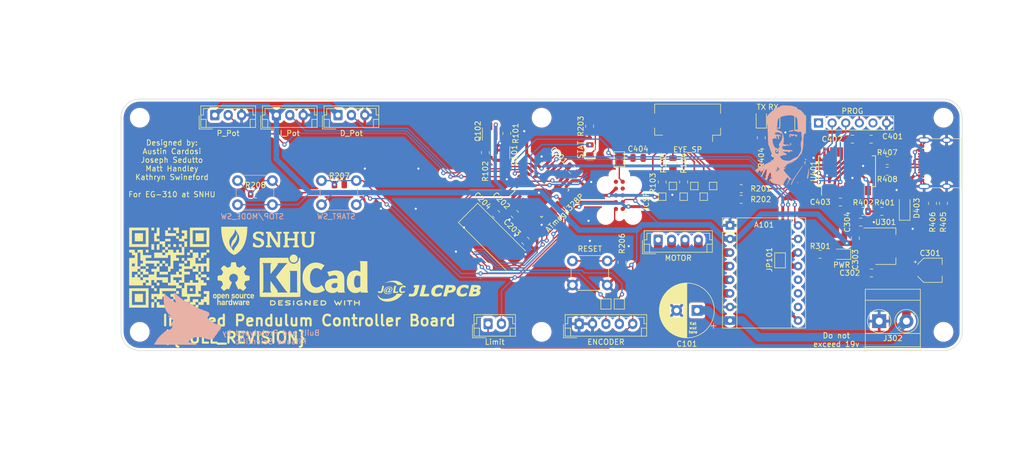
<source format=kicad_pcb>
(kicad_pcb (version 20211014) (generator pcbnew)
  (layers (0 "F.Cu" signal) (31 "B.Cu" signal) (34 "B.Paste" user) (35 "F.Paste" user) (36 "B.SilkS" user "B.Silkscreen") (37 "F.SilkS" user "F.Silkscreen") (38 "B.Mask" user) (39 "F.Mask" user) (44 "Edge.Cuts" user))
  (net 0 "")
  (net 1 "GND")
  (net 2 "Net-(C201-Pad1)")
  (net 3 "+5V")
  (net 4 "Net-(C203-Pad1)")
  (net 5 "Net-(C204-Pad1)")
  (net 6 "Net-(D201-Pad1)")
  (net 11 "/MCU/ICSP_RST")
  (net 15 "/MCU/RST")
  (net 16 "Net-(R201-Pad1)")
  (net 17 "/MCU/RXD")
  (net 18 "Net-(R202-Pad1)")
  (net 19 "/MCU/TXD")
  (net 20 "/MCU/START")
  (net 21 "/MCU/STOP{slash}MODE")
  (net 24 "/EN")
  (net 25 "Net-(A101-Pad3)")
  (net 26 "Net-(A101-Pad4)")
  (net 27 "Net-(A101-Pad5)")
  (net 28 "Net-(A101-Pad6)")
  (net 29 "+19V")
  (net 30 "Net-(A101-Pad14)")
  (net 34 "Net-(D301-Pad2)")
  (net 35 "Net-(A101-Pad13)")
  (net 37 "+3.3V")
  (net 38 "Net-(C404-Pad2)")
  (net 39 "Net-(D401-Pad1)")
  (net 40 "Net-(D402-Pad1)")
  (net 41 "VBUS")
  (net 42 "/Programming/USB-")
  (net 43 "/Programming/USB+")
  (net 44 "Net-(J401-PadA5)")
  (net 46 "Net-(J402-Pad4)")
  (net 48 "Net-(R401-Pad1)")
  (net 49 "Net-(R403-Pad1)")
  (net 50 "Net-(R404-Pad2)")
  (net 61 "/STEP")
  (net 62 "/DIR")
  (net 63 "/MCU/STAT_LED")
  (net 64 "/MCU/AnalogP")
  (net 65 "/MCU/AnalogI")
  (net 66 "/MCU/AnalogD")
  (net 67 "/TFT_LED")
  (net 71 "/EncA")
  (net 72 "/EncB")
  (net 73 "Net-(Q101-Pad1)")
  (net 74 "Net-(Q101-Pad3)")
  (net 75 "Net-(Q102-Pad1)")
  (net 76 "Net-(R407-Pad2)")
  (net 78 "Net-(J401-PadB5)")
  (net 81 "/SD_CS")
  (net 82 "/TFT_CS")
  (net 83 "/RESET")
  (net 84 "/DATA{slash}COMMAND")
  (net 85 "/SDO")
  (net 86 "/SDI")
  (net 87 "/SCK")
  (net 88 "Net-(R408-Pad1)")
  (net 89 "Net-(C102-Pad13)")
  (net 90 "Net-(C102-Pad14)")
  (net 91 "Net-(C102-Pad15)")
  (footprint "Module:Pololu_Breakout-16_15.2x20.3mm" (layer "F.Cu") (at 180.16 90.11)
    (fp_text reference "A101")
    (fp_text value "A4988")
  )
  (footprint "Resistor_SMD:R_0805_2012Metric" (layer "F.Cu") (at 107.25 82.5)
    (fp_text reference "R207")
    (fp_text value "10K")
  )
  (footprint "TestPoint:TestPoint_Pad_1.0x1.0mm" (layer "F.Cu") (at 175.25 84.75)
    (fp_text reference "TP107" hide)
    (fp_text value "TestPoint" hide)
  )
  (footprint "MountingHole:MountingHole_2.7mm" (layer "F.Cu") (at 145 110)
    (fp_text reference "H102" hide)
    (fp_text value "PiMountingHole" hide)
  )
  (footprint "Connector_JST:JST_EH_B2B-EH-A_1x02_P2.50mm_Vertical" (layer "F.Cu") (at 135 108.5)
    (fp_text reference "J202" hide)
    (fp_text value "Limit")
  )
  (footprint "Capacitor_SMD:C_0805_2012Metric" (layer "F.Cu") (at 136.5 88 135)
    (fp_text reference "C204")
    (fp_text value "22pf")
  )
  (footprint "Resistor_SMD:R_0805_2012Metric" (layer "F.Cu") (at 196.975 95.5)
    (fp_text reference "R301")
    (fp_text value "1K")
  )
  (footprint "Button_Switch_THT:SW_PUSH_6mm_H5mm" (layer "F.Cu") (at 150.75 96.75)
    (fp_text reference "SW201" hide)
    (fp_text value "RESET")
  )
  (footprint "Resistor_SMD:R_0805_2012Metric" (layer "F.Cu") (at 220 86 90)
    (fp_text reference "R405")
    (fp_text value "5K1")
  )
  (footprint "Resistor_SMD:R_0805_2012Metric" (layer "F.Cu") (at 217.95 86 90)
    (fp_text reference "R406")
    (fp_text value "5K1")
  )
  (footprint "MountingHole:MountingHole_2.7mm" (layer "F.Cu") (at 145 70)
    (fp_text reference "H103" hide)
    (fp_text value "PiMountingHole" hide)
  )
  (footprint "Resistor_SMD:R_0805_2012Metric" (layer "F.Cu") (at 188.5 73.75 90)
    (fp_text reference "R403")
    (fp_text value "1K")
  )
  (footprint "Connector_JST:JST_EH_B4B-EH-A_1x04_P2.50mm_Vertical" (layer "F.Cu") (at 166.75 92.81)
    (fp_text reference "J101" hide)
    (fp_text value "MOTOR")
  )
  (footprint "Resistor_SMD:R_0805_2012Metric" (layer "F.Cu") (at 205 87.5)
    (fp_text reference "R402")
    (fp_text value "10K")
  )
  (footprint "Resistor_SMD:R_0805_2012Metric" (layer "F.Cu") (at 208.5 87.5)
    (fp_text reference "R401")
    (fp_text value "4K7")
  )
  (footprint "Resistor_SMD:R_0805_2012Metric" (layer "F.Cu") (at 134.5 76.5125 90)
    (fp_text reference "R102")
    (fp_text value "TBD")
  )
  (footprint "Misc:custom_silkscreen" (layer "F.Cu") (at 75.5 98)
    (fp_text reference "QRCODE" hide)
    (fp_text value "LOGO" hide)
  )
  (footprint "TestPoint:TestPoint_Pad_1.0x1.0mm" (layer "F.Cu") (at 173.5 82.75)
    (fp_text reference "TP106" hide)
    (fp_text value "TestPoint" hide)
  )
  (footprint "Symbol:KiCad-Logo2_8mm_SilkScreen" (layer "F.Cu") (at 102.5 99.5)
    (fp_text reference "REF**" hide)
    (fp_text value "KiCad-Logo2_8mm_SilkScreen" hide)
  )
  (footprint "Capacitor_THT:CP_Radial_D10.0mm_P3.80mm" (layer "F.Cu") (at 174 106 180)
    (fp_text reference "C101")
    (fp_text value "470uF")
  )
  (footprint "Resistor_SMD:R_0805_2012Metric" (layer "F.Cu") (at 182.25 83.25)
    (fp_text reference "R201")
    (fp_text value "1K")
  )
  (footprint "Connector:Tag-Connect_TC2050-IDC-FP_2x05_P1.27mm_Vertical" (layer "F.Cu") (at 159.5 84.5 90)
    (fp_text reference "J201" hide)
    (fp_text value "ICSP")
  )
  (footprint "Capacitor_SMD:C_0805_2012Metric" (layer "F.Cu") (at 203 74)
    (fp_text reference "C402")
    (fp_text value "100nF")
  )
  (footprint "Capacitor_SMD:C_0805_2012Metric" (layer "F.Cu") (at 140 88 135)
    (fp_text reference "C202")
    (fp_text value "100nF")
  )
  (footprint "Crystal:Crystal_SMD_HC49-SD" (layer "F.Cu") (at 136 92.5 -45)
    (fp_text reference "Y201" hide)
    (fp_text value "16mHz")
  )
  (footprint "Capacitor_SMD:C_0805_2012Metric" (layer "F.Cu") (at 206.55 99)
    (fp_text reference "C302")
    (fp_text value "100nF")
  )
  (footprint "Capacitor_SMD:C_0805_2012Metric" (layer "F.Cu") (at 142 93 -45)
    (fp_text reference "C203")
    (fp_text value "22pf")
  )
  (footprint "MountingHole:MountingHole_2.7mm" (layer "F.Cu") (at 70 110)
    (fp_text reference "H106" hide)
    (fp_text value "PiMountingHole" hide)
  )
  (footprint "LED_SMD:LED_0805_2012Metric" (layer "F.Cu") (at 201 95.5 180)
    (fp_text reference "D301" hide)
    (fp_text value "PWR")
  )
  (footprint "Connector_JST:JST_EH_B5B-EH-A_1x05_P2.50mm_Vertical" (layer "F.Cu") (at 152 108.5)
    (fp_text reference "J102" hide)
    (fp_text value "ENCODER")
  )
  (footprint "Package_TO_SOT_SMD:SOT-23" (layer "F.Cu") (at 135.5 72.5125 90)
    (fp_text reference "Q102")
    (fp_text value "MMBT3906")
  )
  (footprint "Jumper:SolderJumper-2_P1.3mm_Bridged_Pad1.0x1.5mm" (layer "F.Cu") (at 159.5 77.75 -90)
    (fp_text reference "JP201" hide)
    (fp_text value "RSTBridge" hide)
  )
  (footprint "Package_TO_SOT_SMD:SOT-223" (layer "F.Cu") (at 209.2 94)
    (fp_text reference "U301")
    (fp_text value "NCV1117ST50T3G" hide)
  )
  (footprint "Misc:JLCPCB" (layer "F.Cu") (at 124 102)
    (fp_text reference "G***" hide)
    (fp_text value "LOGO" hide)
  )
  (footprint "Resistor_SMD:R_0805_2012Metric" (layer "F.Cu") (at 153.955 71.59 90)
    (fp_text reference "R203")
    (fp_text value "1K")
  )
  (footprint "MountingHole:MountingHole_2.7mm" (layer "F.Cu") (at 220 70)
    (fp_text reference "H101" hide)
    (fp_text value "PiMountingHole" hide)
  )
  (footprint "Resistor_SMD:R_0805_2012Metric" (layer "F.Cu") (at 182.25 85.25)
    (fp_text reference "R202")
    (fp_text value "1K")
  )
  (footprint "Connector_JST:JST_EH_B3B-EH-A_1x03_P2.50mm_Vertical" (layer "F.Cu") (at 95.5 69.5)
    (fp_text reference "RV202" hide)
    (fp_text value "I_Pot")
  )
  (footprint "LED_SMD:LED_0805_2012Metric" (layer "F.Cu") (at 154 76 90)
    (fp_text reference "D201")
    (fp_text value "STAT")
  )
  (footprint "Capacitor_SMD:C_0805_2012Metric" (layer "F.Cu") (at 200.75 85.75)
    (fp_text reference "C403")
    (fp_text value "100nF")
  )
  (footprint "Capacitor_SMD:C_0805_2012Metric" (layer "F.Cu") (at 204.55 89.5)
    (fp_text reference "C304")
    (fp_text value "1uF")
  )
  (footprint "KenwoodFox:SNHU_NEW" (layer "F.Cu") (at 94 93)
    (fp_text reference "SNHU_NEW***" hide)
    (fp_text value "LOGO" hide)
  )
  (footprint "Capacitor_SMD:C_0805_2012Metric" (layer "F.Cu") (at 206.5 74)
    (fp_text reference "C401")
    (fp_text value "100nF")
  )
  (footprint "TestPoint:TestPoint_Pad_1.0x1.0mm" (layer "F.Cu") (at 177 82.75)
    (fp_text reference "TP108" hide)
    (fp_text value "TestPoint" hide)
  )
  (footprint "Connector_FFC-FPC:Hirose_FH12-18S-0.5SH_1x18-1MP_P0.50mm_Horizontal" (layer "F.Cu") (at 172.25 71.95 180)
    (fp_text reference "C102" hide)
    (fp_text value "EYE_SP")
  )
  (footprint "LED_SMD:LED_0805_2012Metric" (layer "F.Cu") (at 188.5 70.25 90)
    (fp_text reference "D401" hide)
    (fp_text value "RX")
  )
  (footprint "Resistor_SMD:R_0805_2012Metric" (layer "F.Cu") (at 91.6 84.25)
    (fp_text reference "R208")
    (fp_text value "10K")
  )
  (footprint "Package_SO:SSOP-28_5.3x10.2mm_P0.65mm" (layer "F.Cu") (at 202 80 90)
    (fp_text reference "U401")
    (fp_text value "FT232RL")
  )
  (footprint "Capacitor_SMD:C_0805_2012Metric" (layer "F.Cu") (at 203.55 92.5 90)
    (fp_text reference "C303")
    (fp_text value "100nF")
  )
  (footprint "TestPoint:TestPoint_Pad_1.5x1.5mm" (layer "F.Cu") (at 157 104.8)
    (fp_text reference "TP102" hide)
    (fp_text value "TestPoint" hide)
  )
  (footprint "Resistor_SMD:R_0805_2012Metric" (layer "F.Cu") (at 171.5 82 -90)
    (fp_text reference "R104")
    (fp_text value "50R")
  )
  (footprint "Package_QFP:TQFP-32_7x7mm_P0.8mm" (layer "F.Cu") (at 145 83.5 45)
    (fp_text reference "U201" hide)
    (fp_text value "ATmega328P")
  )
  (footprint "MountingHole:MountingHole_2.7mm" (layer "F.Cu") (at 220 110)
    (fp_text reference "H104" hide)
    (fp_text value "PiMountingHole" hide)
  )
  (footprint "TestPoint:TestPoint_Pad_1.0x1.0mm" (layer "F.Cu") (at 167.5 84.75)
    (fp_text reference "TP103" hide)
    (fp_text value "TestPoint" hide)
  )
  (footprint "MountingHole:MountingHole_2.7mm" (layer "F.Cu") (at 70 70)
    (fp_text reference "H105" hide)
    (fp_text value "PiMountingHole" hide)
  )
  (footprint "Jumper:SolderJumper-2_P1.3mm_Bridged2Bar_Pad1.0x1.5mm" (layer "F.Cu") (at 189.5 96.65 90)
    (fp_text reference "JP101")
    (fp_text value "SolderJumper_2_Bridged" hide)
  )
  (footprint "Diode_SMD:D_SOD-123" (layer "F.Cu") (at 212.75 86.9 90)
    (fp_text reference "D403")
    (fp_text value "MBR0520")
  )
  (footprint "Resistor_SMD:R_0805_2012Metric" (layer "F.Cu") (at 160 97 90)
    (fp_text reference "R206")
    (fp_text value "1K")
  )
  (footprint "Resistor_SMD:R_0805_2012Metric" (layer "F.Cu") (at 209.5 78 180)
    (fp_text reference "R407")
    (fp_text value "22R")
  )
  (footprint "Capacitor_SMD:C_0805_2012Metric" (layer "F.Cu") (at 163 77.5)
    (fp_text reference "C404")
    (fp_text value "100nF")
  )
  (footprint "Resistor_SMD:R_0805_2012Metric" (layer "F.Cu") (at 186 73.75 -90)
    (fp_text reference "R404")
    (fp_text value "1K")
  )
  (footprint "Symbol:OSHW-Logo_7.5x8mm_SilkScreen" (layer "F.Cu") (at 87.5 101)
    (fp_text reference "REF**" hide)
    (fp_text value "OSHW-Logo_7.5x8mm_SilkScreen" hide)
  )
  (footprint "TestPoint:TestPoint_Pad_1.0x1.0mm" (layer "F.Cu") (at 171.5 84.75)
    (fp_text reference "TP105" hide)
    (fp_text value "TestPoint" hide)
  )
  (footprint "Capacitor_SMD:CP_Elec_4x3" (layer "F.Cu") (at 217.5 98.5)
    (fp_text reference "C301")
    (fp_text value "10uf")
  )
  (footprint "Resistor_SMD:R_0805_2012Metric" (layer "F.Cu") (at 138.5 72.925 -90)
    (fp_text reference "R101")
    (fp_text value "10K")
  )
  (footprint "Connector_PinSocket_2.54mm:PinSocket_1x06_P2.54mm_Vertical" (layer "F.Cu") (at 196.675 70.975 90)
    (fp_text reference "J402" hide)
    (fp_text value "PROG")
  )
  (footprint "Jumper:SolderJumper-2_P1.3mm_Open_TrianglePad1.0x1.5mm" (layer "F.Cu") (at 193.25 71.025 90)
    (fp_text reference "JP401" hide)
    (fp_text value "SolderJumper_2_Open" hide)
  )
  (footprint "Resistor_SMD:R_0805_2012Metric" (layer "F.Cu") (at 209.5 80)
    (fp_text reference "R408")
    (fp_text value "22R")
  )
  (footprint "Connector_JST:JST_EH_B3B-EH-A_1x03_P2.50mm_Vertical" (layer "F.Cu") (at 107 69.5)
    (fp_text reference "RV203" hide)
    (fp_text value "D_Pot")
  )
  (footprint "TestPoint:TestPoint_Pad_1.0x1.0mm" (layer "F.Cu") (at 169.5 82.75)
    (fp_text reference "TP104" hide)
    (fp_text value "TestPoint" hide)
  )
  (footprint "Resistor_SMD:R_0805_2012Metric" (layer "F.Cu") (at 167.5 82 -90)
    (fp_text reference "R103")
    (fp_text value "50R")
  )
  (footprint "Capacitor_SMD:C_0805_2012Metric" (layer "F.Cu") (at 150.75 79.75 -45)
    (fp_text reference "C201")
    (fp_text value "100nF")
  )
  (footprint "TerminalBlock_Phoenix:TerminalBlock_Phoenix_MKDS-3-2-5.08_1x02_P5.08mm_Horizontal" (layer "F.Cu") (at 208 108)
    (fp_text reference "J302")
    (fp_text value "19V Input")
  )
  (footprint "Connector_JST:JST_EH_B3B-EH-A_1x03_P2.50mm_Vertical" (layer "F.Cu") (at 84 69.5)
    (fp_text reference "RV201" hide)
    (fp_text value "P_Pot")
  )
  (footprint "Package_TO_SOT_SMD:SOT-23" (layer "F.Cu") (at 137.5 77.0125 -90)
    (fp_text reference "Q101")
    (fp_text value "MMBT3904")
  )
  (footprint "LED_SMD:LED_0805_2012Metric" (layer "F.Cu") (at 186 70.25 90)
    (fp_text reference "D402" hide)
    (fp_text value "TX")
  )
  (footprint "Connector_USB:USB_C_Receptacle_XKB_U262-16XN-4BVC11" (layer "F.Cu") (at 219.5 78.5 90)
    (fp_text reference "J401" hide)
    (fp_text value "USBC")
  )
  (footprint "Resistor_SMD:R_0805_2012Metric" (layer "F.Cu") (at 169.5 78.45 -90)
    (fp_text reference "R105")
    (fp_text value "50R")
  )
  (footprint "TestPoint:TestPoint_Pad_1.5x1.5mm" (layer "F.Cu") (at 159.5 104.8)
    (fp_text reference "TP101" hide)
    (fp_text value "TestPoint" hide)
  )
  (footprint "KenwoodFox:KITSUNE_LOGO" (layer "B.Cu") (at 79 107.5 180)
    (fp_text reference "G***")
    (fp_text value "LOGO" hide)
  )
  (footprint "Button_Switch_THT:SW_PUSH_6mm_H5mm" (layer "B.Cu") (at 94.75 81.75 180)
    (fp_text reference "SW203" hide)
    (fp_text value "STOP/MODE_SW")
  )
  (footprint "Button_Switch_THT:SW_PUSH_6mm_H5mm" (layer "B.Cu") (at 110.4125 81.75 180)
    (fp_text reference "SW202" hide)
    (fp_text value "START_SW")
  )
  (footprint "Misc:guo" (layer "B.Cu") (at 190.5 75 180)
    (fp_text reference "G***" hide)
    (fp_text value "LOGO" hide)
  )
  (gr_arc (start 70 113.5) (mid 67.525126 112.474874) (end 66.5 110) (layer "Edge.Cuts") (width 0.1))
  (gr_line (start 66.5 70) (end 66.5 110) (layer "Edge.Cuts") (width 0.1))
  (gr_line (start 220 66.5) (end 70 66.5) (layer "Edge.Cuts") (width 0.1))
  (gr_arc (start 220 66.5) (mid 222.474874 67.525126) (end 223.5 70) (layer "Edge.Cuts") (width 0.1))
  (gr_arc (start 223.5 110) (mid 222.474874 112.474874) (end 220 113.5) (layer "Edge.Cuts") (width 0.1))
  (gr_arc (start 66.5 70) (mid 67.525126 67.525126) (end 70 66.5) (layer "Edge.Cuts") (width 0.1))
  (gr_line (start 70 113.5) (end 220 113.5) (layer "Edge.Cuts") (width 0.1))
  (gr_line (start 223.5 110) (end 223.5 70) (layer "Edge.Cuts") (width 0.1))
  (gr_text "Built and Prototyped by\nKitsune Scientific" (at 94.5 111) (layer "B.SilkS") (effects (font (size 1 1)) (justify mirror)))
  (gr_text "Do not\nexceed 19v" (at 200 111.5) (layer "F.SilkS") (effects (font (size 1 1))))
  (gr_text "Inverted Pendulum Controller Board\n${FULL_REVISION}" (at 74 109.5) (layer "F.SilkS") (effects (font (size 2 2) (thickness 0.4)) (justify left)))
  (gr_text "Kat\nwuz\nhere" (at 173.25 109.25) (layer "F.SilkS") (effects (font (size 0.5 0.5) (thickness 0.125))))
  (gr_text "Designed by:\nAustin Cardosi\nJoseph Sedutto\nMatt Handley\nKathryn Swineford\n\nFor EG-310 at SNHU" (at 76 79.5) (layer "F.SilkS") (effects (font (size 1 1))))
  (segment (start 141.206101 87.307501) (end 140.8986 87) (width 0.25) (layer "F.Cu") (net 1))
  (segment (start 199.725 77.775) (end 199.5 78) (width 0.45) (layer "F.Cu") (net 1))
  (segment (start 154.25 82) (end 154 82) (width 0.25) (layer "F.Cu") (net 1))
  (segment (start 139 87) (end 139.328249 87.328249) (width 1) (layer "F.Cu") (net 1))
  (segment (start 200.080762 80.5) (end 202.325 78.255762) (width 0.45) (layer "F.Cu") (net 1))
  (segment (start 199.075 77.925) (end 199 78) (width 0.45) (layer "F.Cu") (net 1))
  (segment (start 140.999822 85.656676) (end 139.328249 87.328249) (width 0.25) (layer "F.Cu") (net 1))
  (segment (start 141.758185 87.307501) (end 141.206101 87.307501) (width 0.25) (layer "F.Cu") (net 1))
  (segment (start 140.8986 87) (end 139.656498 87) (width 0.25) (layer "F.Cu") (net 1))
  (segment (start 169 72.5) (end 169.25 72.25) (width 0.3) (layer "F.Cu") (net 1))
  (segment (start 204.275 77.775) (end 204.5 78) (width 0.45) (layer "F.Cu") (net 1))
  (segment (start 215.83 82.33) (end 215.83 81.85) (width 0.3) (layer "F.Cu") (net 1))
  (segment (start 135.828249 87.328249) (end 136.156498 87) (width 1) (layer "F.Cu") (net 1))
  (segment (start 136.55 75.4625) (end 137.25 74.7625) (width 0.6) (layer "F.Cu") (net 1))
  (segment (start 141.146268 85.656676) (end 140.999822 85.656676) (width 0.25) (layer "F.Cu") (net 1))
  (segment (start 158.865 87.04) (end 158.629699 87.275301) (width 0.25) (layer "F.Cu") (net 1))
  (segment (start 142.277639 86.788047) (end 141.758185 87.307501) (width 0.25) (layer "F.Cu") (net 1))
  (segment (start 199.725 76.4) (end 199.725 77.775) (width 0.45) (layer "F.Cu") (net 1))
  (segment (start 154 82) (end 153 81) (width 0.25) (layer "F.Cu") (net 1))
  (segment (start 201.675 83.6) (end 201.675 82.325) (width 0.45) (layer "F.Cu") (net 1))
  (segment (start 158.629699 89.379699) (end 158.75 89.5) (width 0.25) (layer "F.Cu") (net 1))
  (segment (start 216.395 82.82) (end 216.32 82.82) (width 0.3) (layer "F.Cu") (net 1))
  (segment (start 215.83 74.745) (end 216.395 74.18) (width 0.3) (layer "F.Cu") (net 1))
  (segment (start 216.32 82.82) (end 215.83 82.33) (width 0.3) (layer "F.Cu") (net 1))
  (segment (start 158.629699 87.275301) (end 158.629699 89.379699) (width 0.25) (layer "F.Cu") (net 1))
  (segment (start 152 81) (end 151.421751 80.421751) (width 0.25) (layer "F.Cu") (net 1))
  (segment (start 139 89) (end 139 87.656498) (width 0.25) (layer "F.Cu") (net 1))
  (segment (start 169 73.8) (end 169 72.5) (width 0.3) (layer "F.Cu") (net 1))
  (segment (start 136.156498 87) (end 139 87) (width 1) (layer "F.Cu") (net 1))
  (segment (start 139.656498 87) (end 139.328249 87.328249) (width 0.25) (layer "F.Cu") (net 1))
  (segment (start 202.325 76.4) (end 202.325 78.255762) (width 0.45) (layer "F.Cu") (net 1))
  (segment (start 153 81) (end 152 81) (width 0.25) (layer "F.Cu") (net 1))
  (segment (start 199.075 76.4) (end 199.075 77.925) (width 0.45) (layer "F.Cu") (net 1))
  (segment (start 215.83 75.15) (end 215.83 74.745) (width 0.3) (layer "F.Cu") (net 1))
  (segment (start 204.275 76.4) (end 204.275 77.775) (width 0.45) (layer "F.Cu") (net 1))
  (segment (start 147.722361 80.211953) (end 148.5 79.434314) (width 0.25) (layer "F.Cu") (net 1))
  (segment (start 139 87.656498) (end 139.328249 87.328249) (width 0.25) (layer "F.Cu") (net 1))
  (segment (start 136.55 76.075) (end 136.55 75.4625) (width 0.6) (layer "F.Cu") (net 1))
  (via (at 138.5 81.5) (size 0.8) (drill 0.4) (layers "F.Cu" "B.Cu") (net 1))
  (via (at 141.75 72.5125) (size 0.8) (drill 0.4) (layers "F.Cu" "B.Cu") (net 1))
  (via (at 207 89.5) (size 0.8) (drill 0.4) (layers "F.Cu" "B.Cu") (net 1))
  (via (at 129 95) (size 0.8) (drill 0.4) (layers "F.Cu" "B.Cu") (net 1))
  (via (at 154.25 82) (size 0.8) (drill 0.4) (layers "F.Cu" "B.Cu") (net 1))
  (via (at 214.25 90.75) (size 0.8) (drill 0.4) (layers "F.Cu" "B.Cu") (net 1))
  (via (at 145 77.25) (size 0.8) (drill 0.4) (layers "F.Cu" "B.Cu") (net 1))
  (via (at 139 89) (size 0.8) (drill 0.4) (layers "F.Cu" "B.Cu") (net 1))
  (via (at 153.75 89.25) (size 0.8) (drill 0.4) (layers "F.Cu" "B.Cu") (net 1))
  (via (at 198.25 80.75) (size 0.8) (drill 0.4) (layers "F.Cu" "B.Cu") (net 1))
  (via (at 122 79.5) (size 0.8) (drill 0.4) (layers "F.Cu" "B.Cu") (net 1))
  (via (at 112 79.5) (size 0.8) (drill 0.4) (layers "F.Cu" "B.Cu") (net 1))
  (via (at 121.5 87) (size 0.8) (drill 0.4) (layers "F.Cu" "B.Cu") (net 1))
  (via (at 140 92) (size 0.8) (drill 0.4) (layers "F.Cu" "B.Cu") (net 1))
  (via (at 203 81.25) (size 0.8) (drill 0.4) (layers "F.Cu" "B.Cu") (net 1))
  (via (at 142 95.5) (size 0.8) (drill 0.4) (layers "F.Cu" "B.Cu") (net 1))
  (via (at 137.25 74.7625) (size 0.8) (drill 0.4) (layers "F.Cu" "B.Cu") (net 1))
  (via (at 190.5 72.75) (size 0.8) (drill 0.4) (layers "F.Cu" "B.Cu") (net 1))
  (via (at 130.5 90.5) (size 0.8) (drill 0.4) (layers "F.Cu" "B.Cu") (net 1))
  (via (at 161.25 94) (size 0.8) (drill 0.4) (layers "F.Cu" "B.Cu") (net 1))
  (via (at 154 93) (size 0.8) (drill 0.4) (layers "F.Cu" "B.Cu") (net 1))
  (via (at 205 79) (size 0.8) (drill 0.4) (layers "F.Cu" "B.Cu") (net 1))
  (via (at 211.25 83.5) (size 0.8) (drill 0.4) (layers "F.Cu" "B.Cu") (net 1))
  (via (at 195.75 77.5) (size 0.8) (drill 0.4) (layers "F.Cu" "B.Cu") (net 1))
  (via (at 144.5 80.75) (size 0.8) (drill 0.4) (layers "F.Cu" "B.Cu") (net 1))
  (via (at 145 90) (size 0.8) (drill 0.4) (layers "F.Cu" "B.Cu") (net 1))
  (via (at 115 87) (size 0.8) (drill 0.4) (layers "F.Cu" "B.Cu") (net 1))
  (segment (start 196.05 81.3) (end 197.7 81.3) (width 0.25) (layer "B.Cu") (net 1))
  (segment (start 198.25 80.75) (end 197.7 81.3) (width 0.25) (layer "B.Cu") (net 1))
  (segment (start 196.05 81.3) (end 195 80.25) (width 0.25) (layer "B.Cu") (net 1))
  (segment (start 149.987437 79.078249) (end 148.288047 80.777639) (width 0.25) (layer "F.Cu") (net 2))
  (segment (start 150.078249 79.078249) (end 149.987437 79.078249) (width 0.25) (layer "F.Cu") (net 2))
  (segment (start 211.45 88.55) (end 209.5 90.5) (width 0.6) (layer "F.Cu") (net 3))
  (segment (start 168 75) (end 168 73.8) (width 0.3) (layer "F.Cu") (net 3))
  (segment (start 160.63 85.275) (end 160.135 85.77) (width 0.25) (layer "F.Cu") (net 3))
  (segment (start 135 110.5) (end 135 108.5) (width 0.25) (layer "F.Cu") (net 3))
  (segment (start 186 69.3125) (end 188.5 69.3125) (width 1) (layer "F.Cu") (net 3))
  (segment (start 162.5 85.5) (end 162.5 85) (width 0.3) (layer "F.Cu") (net 3))
  (segment (start 142.173869 88.023187) (end 141.523187 88.023187) (width 0.55) (layer "F.Cu") (net 3))
  (segment (start 199.725 85.675) (end 199.8 85.75) (width 0.45) (layer "F.Cu") (net 3))
  (segment (start 196.0625 95.5) (end 196.0625 94.4375) (width 1) (layer "F.Cu") (net 3))
  (segment (start 196.0625 94.4375) (end 197.05 93.45) (width 1) (layer "F.Cu") (net 3))
  (segment (start 199.725 83.6) (end 199.725 85.675) (width 0.45) (layer "F.Cu") (net 3))
  (segment (start 202.975 76.4) (end 202.975 78.525) (width 0.45) (layer "F.Cu") (net 3))
  (segment (start 212.75 88.55) (end 211.45 88.55) (width 0.6) (layer "F.Cu") (net 3))
  (segment (start 141.523187 88.023187) (end 141.5 88) (width 0.55) (layer "F.Cu") (net 3))
  (segment (start 162 108.5) (end 162 97.75) (width 0.25) (layer "F.Cu") (net 3))
  (segment (start 144 86.197056) (end 144 86) (width 0.55) (layer "F.Cu") (net 3))
  (segment (start 142.843324 87.353732) (end 144 86.197056) (width 0.55) (layer "F.Cu") (net 3))
  (segment (start 162 108.5) (end 157.5 113) (width 0.25) (layer "F.Cu") (net 3))
  (segment (start 189.3125 69.3125) (end 191.75 71.75) (width 1) (layer "F.Cu") (net 3))
  (segment (start 157.5 113) (end 137.5 113) (width 0.25) (layer "F.Cu") (net 3))
  (segment (start 191.75 71.75) (end 193.25 71.75) (width 1) (layer "F.Cu") (net 3))
  (segment (start 195.5 74) (end 202.05 74) (width 1) (layer "F.Cu") (net 3))
  (segment (start 201.5 90.5) (end 202.5 89.5) (width 1) (layer "F.Cu") (net 3))
  (segment (start 201.05 93.45) (end 201.5 93) (width 1) (layer "F.Cu") (net 3))
  (segment (start 165.75 81.75) (end 165.75 77.25) (width 0.3) (layer "F.Cu") (net 3))
  (segment (start 202.975 78.525) (end 199.725 81.775) (width 0.45) (layer "F.Cu") (net 3))
  (segment (start 200.45 93.45) (end 201.05 93.45) (width 1) (layer "F.Cu") (net 3))
  (segment (start 199.8 86.8) (end 199.8 85.75) (width 1) (layer "F.Cu") (net 3))
  (segment (start 162.5 85) (end 165.75 81.75) (width 0.3) (layer "F.Cu") (net 3))
  (segment (start 162 97.75) (end 161.75 97.5) (width 0.25) (layer "F.Cu") (net 3))
  (segment (start 204.1 94) (end 206.05 94) (width 1) (layer "F.Cu") (net 3))
  (segment (start 161.3375 97.9125) (end 161.75 97.5) (width 0.25) (layer "F.Cu") (net 3))
  (segment (start 193.25 71.75) (end 195.5 74) (width 1) (layer "F.Cu") (net 3))
  (segment (start 201.95 93.45) (end 201.5 93) (width 1) (layer "F.Cu") (net 3))
  (segment (start 141.343502 88) (end 140.671751 88.671751) (width 0.55) (layer "F.Cu") (net 3))
  (segment (start 162.5 85.5) (end 162.275 85.275) (width 0.25) (layer "F.Cu") (net 3))
  (segment (start 141.711953 86.222361) (end 141.777639 86.222361) (width 0.55) (layer "F.Cu") (net 3))
  (segment (start 209.5 92.75) (end 208.25 94) (width 0.6) (layer "F.Cu") (net 3))
  (segment (start 199.725 81.775) (end 199.725 83.6) (width 0.45) (layer "F.Cu") (net 3))
  (segment (start 160 97.9125) (end 161.3375 97.9125) (width 0.25) (layer "F.Cu") (net 3))
  (segment (start 136.45 71.3) (end 136.45 73.45) (width 0.6) (layer "F.Cu") (net 3))
  (segment (start 209.5 90.5) (end 209.5 92.75) (width 0.6) (layer "F.Cu") (net 3))
  (segment (start 197.05 93.45) (end 200.45 93.45) (width 1) (layer "F.Cu") (net 3))
  (segment (start 162.275 85.275) (end 160.63 85.275) (width 0.25) (layer "F.Cu") (net 3))
  (segment (start 141.777639 86.222361) (end 143 85) (width 0.55) (layer "F.Cu") (net 3))
  (segment (start 202.5 89.5) (end 199.8 86.8) (width 1) (layer "F.Cu") (net 3))
  (segment (start 149.419417 81.90901) (end 148.328427 83) (width 0.55) (layer "F.Cu") (net 3))
  (segment (start 208.25 94) (end 206.05 94) (width 0.6) (layer "F.Cu") (net 3))
  (segment (start 203.55 93.45) (end 204.1 94) (width 1) (layer "F.Cu") (net 3))
  (segment (start 202.5 89.5) (end 203.6 89.5) (width 1) (layer "F.Cu") (net 3))
  (segment (start 202.975 76.4) (end 202.975 74.925) (width 0.45) (layer "F.Cu") (net 3))
  (segment (start 141.5 88) (end 141.343502 88) (width 0.55) (layer "F.Cu") (net 3))
  (segment (start 142.843324 87.353732) (end 142.173869 88.023187) (width 0.55) (layer "F.Cu") (net 3))
  (segment (start 148.328427 83) (end 148 83) (width 0.55) (layer "F.Cu") (net 3))
  (segment (start 188.5 69.3125) (end 189.3125 69.3125) (width 1) (layer "F.Cu") (net 3))
  (segment (start 200.45 93.45) (end 201.95 93.45) (width 1) (layer "F.Cu") (net 3))
  (segment (start 201.5 93) (end 201.5 90.5) (width 1) (layer "F.Cu") (net 3))
  (segment (start 137.5 113) (end 135 110.5) (width 0.25) (layer "F.Cu") (net 3))
  (segment (start 203.55 93.45) (end 201.95 93.45) (width 1) (layer "F.Cu") (net 3))
  (segment (start 202.975 74.925) (end 202.05 74) (width 0.45) (layer "F.Cu") (net 3))
  (segment (start 165.75 77.25) (end 168 75) (width 0.3) (layer "F.Cu") (net 3))
  (via (at 162.5 85.5) (size 0.8) (drill 0.4) (layers "F.Cu" "B.Cu") (net 3))
  (via (at 144.5 84) (size 0.8) (drill 0.4) (layers "F.Cu" "B.Cu") (net 3))
  (via (at 161.75 97.5) (size 0.8) (drill 0.4) (layers "F.Cu" "B.Cu") (net 3))
  (via (at 136.45 71.3) (size 0.8) (drill 0.4) (layers "F.Cu" "B.Cu") (net 3))
  (via (at 201.95 93.45) (size 0.8) (drill 0.4) (layers "F.Cu" "B.Cu") (net 3))
  (segment (start 145 84) (end 144.5 84) (width 1) (layer "B.Cu") (net 3))
  (segment (start 95.5 77.75) (end 95.5 69.5) (width 1) (layer "B.Cu") (net 3))
  (segment (start 93.825 67.825) (end 85.675 67.825) (width 1) (layer "B.Cu") (net 3))
  (segment (start 167 90) (end 176.5 90) (width 1) (layer "B.Cu") (net 3))
  (segment (start 176.5 90) (end 179.15 92.65) (width 1) (layer "B.Cu") (net 3))
  (segment (start 136.45 71.3) (end 136.35 71.4) (width 0.6) (layer "B.Cu") (net 3))
  (segment (start 99.5 86.25) (end 101.75 84) (width 0.25) (layer "B.Cu") (net 3))
  (segment (start 110.4125 86.25) (end 112.6625 84) (width 0.25) (layer "B.Cu") (net 3))
  (segment (start 101.75 84) (end 95.5 77.75) (width 1) (layer "B.Cu") (net 3))
  (segment (start 163.75 90) (end 167 90) (width 1) (layer "B.Cu") (net 3))
  (segment (start 118.25 84) (end 113.25 84) (width 1) (layer "B.Cu") (net 3))
  (segment (start 97.175 67.825) (end 105.325 67.825) (width 1) (layer "B.Cu") (net 3))
  (segment (start 162.75 96.5) (end 162.75 91) (width 0.25) (layer "B.Cu") (net 3))
  (segment (start 95.5 69.5) (end 93.825 67.825) (width 1) (layer "B.Cu") (net 3))
  (segment (start 162.75 91) (end 163.75 90) (width 1) (layer "B.Cu") (net 3))
  (segment (start 103.9125 86.25) (end 106.1625 84) (width 0.25) (layer "B.Cu") (net 3))
  (segment (start 106.75 84) (end 101.75 84) (width 1) (layer "B.Cu") (net 3))
  (segment (start 95.5 69.5) (end 97.175 67.825) (width 1) (layer "B.Cu") (net 3))
  (segment (start 94.75 86.25) (end 99.5 86.25) (width 0.25) (layer "B.Cu") (net 3))
  (segment (start 162.5 85.5) (end 167 90) (width 0.25) (layer "B.Cu") (net 3))
  (segment (start 180.16 92.65) (end 181.35 92.65) (width 1) (layer "B.Cu") (net 3))
  (segment (start 161.75 97.5) (end 162.75 96.5) (width 0.25) (layer "B.Cu") (net 3))
  (segment (start 136.35 81.85) (end 138.5 84) (width 0.6) (layer "B.Cu") (net 3))
  (segment (start 106.1625 84) (end 106.75 84) (width 0.25) (layer "B.Cu") (net 3))
  (segment (start 88.25 86.25) (end 94.75 86.25) (width 0.25) (layer "B.Cu") (net 3))
  (segment (start 181.35 92.65) (end 186 88) (width 1) (layer "B.Cu") (net 3))
  (segment (start 105.325 67.825) (end 107 69.5) (width 1) (layer "B.Cu") (net 3))
  (segment (start 179.15 92.65) (end 180.16 92.65) (width 1) (layer "B.Cu") (net 3))
  (segment (start 196.5 88) (end 186 88) (width 1) (layer "B.Cu") (net 3))
  (segment (start 85.675 67.825) (end 84 69.5) (width 1) (layer "B.Cu") (net 3))
  (segment (start 113.25 84) (end 106.75 84) (width 1) (layer "B.Cu") (net 3))
  (segment (start 136.35 71.4) (end 136.35 81.85) (width 0.6) (layer "B.Cu") (net 3))
  (segment (start 162.75 91) (end 152 91) (width 1) (layer "B.Cu") (net 3))
  (segment (start 152 91) (end 145 84) (width 1) (layer "B.Cu") (net 3))
  (segment (start 112.6625 84) (end 113.25 84) (width 0.25) (layer "B.Cu") (net 3))
  (segment (start 196.5 88) (end 201.95 93.45) (width 1) (layer "B.Cu") (net 3))
  (segment (start 144.5 84) (end 138.5 84) (width 1) (layer "B.Cu") (net 3))
  (segment (start 138.5 84) (end 118.25 84) (width 1) (layer "B.Cu") (net 3))
  (segment (start 142.5 90) (end 142.5 91.156498) (width 0.55) (layer "F.Cu") (net 4))
  (segment (start 141.328249 92.328249) (end 141.171751 92.328249) (width 0.55) (layer "F.Cu") (net 4))
  (segment (start 142.5 91.156498) (end 141.328249 92.328249) (width 0.55) (layer "F.Cu") (net 4))
  (segment (start 143.974695 88.485103) (end 143.974695 88.525305) (width 0.55) (layer "F.Cu") (net 4))
  (segment (start 140 93.5) (end 140 94.510408) (width 0.55) (layer "F.Cu") (net 4))
  (segment (start 140 94.510408) (end 139.005204 95.505204) (width 0.55) (layer "F.Cu") (net 4))
  (segment (start 143.974695 88.525305) (end 142.5 90) (width 0.55) (layer "F.Cu") (net 4))
  (segment (start 141.171751 92.328249) (end 140 93.5) (width 0.55) (layer "F.Cu") (net 4))
  (segment (start 134.328249 88.671751) (end 133.505204 89.494796) (width 0.55) (layer "F.Cu") (net 5))
  (segment (start 143.40901 87.919417) (end 140.828427 90.5) (width 0.55) (layer "F.Cu") (net 5))
  (segment (start 139 90.5) (end 137.171751 88.671751) (width 0.55) (layer "F.Cu") (net 5))
  (segment (start 137.171751 88.671751) (end 134.328249 88.671751) (width 0.55) (layer "F.Cu") (net 5))
  (segment (start 133.505204 89.494796) (end 132.994796 89.494796) (width 0.55) (layer "F.Cu") (net 5))
  (segment (start 140.828427 90.5) (end 139 90.5) (width 0.55) (layer "F.Cu") (net 5))
  (segment (start 155.025 71.7475) (end 153.955 70.6775) (width 0.25) (layer "F.Cu") (net 6))
  (segment (start 154 76.9375) (end 155.025 75.9125) (width 0.25) (layer "F.Cu") (net 6))
  (segment (start 155.025 75.9125) (end 155.025 71.7475) (width 0.25) (layer "F.Cu") (net 6))
  (segment (start 159.5 78.4) (end 159.5 81.325) (width 0.25) (layer "F.Cu") (net 11))
  (segment (start 159.5 81.325) (end 160.135 81.96) (width 0.25) (layer "F.Cu") (net 11))
  (segment (start 158.425 96.75) (end 157.25 96.75) (width 0.25) (layer "F.Cu") (net 15))
  (segment (start 158.1 77.1) (end 159.5 77.1) (width 0.25) (layer "F.Cu") (net 15))
  (segment (start 141.711953 80.711953) (end 141.142499 80.142499) (width 0.25) (layer "F.Cu") (net 15))
  (segment (start 161.25 77.5) (end 162.05 77.5) (width 0.25) (layer "F.Cu") (net 15))
  (segment (start 157.467615 76.5755) (end 157.5755 76.5755) (width 0.25) (layer "F.Cu") (net 15))
  (segment (start 160.85 77.1) (end 161.25 77.5) (width 0.25) (layer "F.Cu") (net 15))
  (segment (start 141.142499 80.142499) (end 140.2745 80.142499) (width 0.25) (layer "F.Cu") (net 15))
  (segment (start 150.75 96.75) (end 157.25 96.75) (width 0.25) (layer "F.Cu") (net 15))
  (segment (start 160 96.0875) (end 159.0875 96.0875) (width 0.25) (layer "F.Cu") (net 15))
  (segment (start 157.5755 76.5755) (end 158.1 77.1) (width 0.25) (layer "F.Cu") (net 15))
  (segment (start 140.2745 80.142499) (end 140 80.416999) (width 0.25) (layer "F.Cu") (net 15))
  (segment (start 159.0875 96.0875) (end 158.425 96.75) (width 0.25) (layer "F.Cu") (net 15))
  (segment (start 159.5 77.1) (end 160.85 77.1) (width 0.25) (layer "F.Cu") (net 15))
  (segment (start 141.711953 80.777639) (end 141.711953 80.711953) (width 0.25) (layer "F.Cu") (net 15))
  (via (at 157.467615 76.5755) (size 0.8) (drill 0.4) (layers "F.Cu" "B.Cu") (net 15))
  (via (at 140 80.416999) (size 0.8) (drill 0.4) (layers "F.Cu" "B.Cu") (net 15))
  (segment (start 156 74) (end 157.467615 75.467615) (width 0.25) (layer "B.Cu") (net 15))
  (segment (start 140 78) (end 144 74) (width 0.25) (layer "B.Cu") (net 15))
  (segment (start 157.467615 75.467615) (end 157.467615 76.5755) (width 0.25) (layer "B.Cu") (net 15))
  (segment (start 140 80.416999) (end 140 78) (width 0.25) (layer "B.Cu") (net 15))
  (segment (start 144 74) (end 156 74) (width 0.25) (layer "B.Cu") (net 15))
  (segment (start 141.665723 81.862779) (end 141.146268 81.343324) (width 0.25) (layer "F.Cu") (net 16))
  (segment (start 147 81.7255) (end 146.862721 81.862779) (width 0.25) (layer "F.Cu") (net 16))
  (segment (start 146.862721 81.862779) (end 141.665723 81.862779) (width 0.25) (layer "F.Cu") (net 16))
  (via (at 147 81.7255) (size 0.8) (drill 0.4) (layers "F.Cu" "B.Cu") (net 16))
  (segment (start 147 81.7255) (end 147.2745 82) (width 0.25) (layer "B.Cu") (net 16))
  (segment (start 151.75 82) (end 153.5 80.25) (width 0.25) (layer "B.Cu") (net 16))
  (segment (start 147.2745 82) (end 151.75 82) (width 0.25) (layer "B.Cu") (net 16))
  (segment (start 197.775 81.3495) (end 196.75 80.3245) (width 0.3) (layer "F.Cu") (net 17))
  (segment (start 193.1755 80.3245) (end 190.25 83.25) (width 0.25) (layer "F.Cu") (net 17))
  (segment (start 190.25 83.25) (end 183.1625 83.25) (width 0.25) (layer "F.Cu") (net 17))
  (segment (start 196.75 80.3245) (end 193.1755 80.3245) (width 0.25) (layer "F.Cu") (net 17))
  (segment (start 197.775 83.6) (end 197.775 81.3495) (width 0.3) (layer "F.Cu") (net 17))
  (via (at 196.75 80.3245) (size 0.8) (drill 0.4) (layers "F.Cu" "B.Cu") (net 17))
  (segment (start 196.75 80.3245) (end 196.75 77.25) (width 0.25) (layer "B.Cu") (net 17))
  (segment (start 196.75 77.25) (end 199.215 74.785) (width 0.25) (layer "B.Cu") (net 17))
  (segment (start 199.215 74.785) (end 199.215 70.975) (width 0.25) (layer "B.Cu") (net 17))
  (segment (start 141.258852 82.587279) (end 140.580583 81.90901) (width 0.25) (layer "F.Cu") (net 18))
  (segment (start 146.472637 82.587279) (end 141.258852 82.587279) (width 0.25) (layer "F.Cu") (net 18))
  (via (at 146.472637 82.587279) (size 0.8) (drill 0.4) (layers "F.Cu" "B.Cu") (net 18))
  (segment (start 146.472637 82.587279) (end 146.609916 82.45) (width 0.25) (layer "B.Cu") (net 18))
  (segment (start 151.936396 82.45) (end 153.411396 80.975) (width 0.25) (layer "B.Cu") (net 18))
  (segment (start 146.609916 82.45) (end 151.936396 82.45) (width 0.25) (layer "B.Cu") (net 18))
  (segment (start 196.75 82.0245) (end 192.111896 82.0245) (width 0.25) (layer "F.Cu") (net 19))
  (segment (start 192.111896 82.0245) (end 188.886396 85.25) (width 0.25) (layer "F.Cu") (net 19))
  (segment (start 200.375 82.375) (end 200.375 83.6) (width 0.25) (layer "F.Cu") (net 19))
  (segment (start 188.886396 85.25) (end 183.1625 85.25) (width 0.25) (layer "F.Cu") (net 19))
  (segment (start 200.75 82) (end 200.375 82.375) (width 0.25) (layer "F.Cu") (net 19))
  (via (at 200.75 82) (size 0.8) (drill 0.4) (layers "F.Cu" "B.Cu") (net 19))
  (via (at 196.75 82.0245) (size 0.8) (drill 0.4) (layers "F.Cu" "B.Cu") (net 19))
  (segment (start 196.75 82.0245) (end 197.0245 81.75) (width 0.25) (layer "B.Cu") (net 19))
  (segment (start 200.75 74) (end 201.755 72.995) (width 0.25) (layer "B.Cu") (net 19))
  (segment (start 200.5 81.75) (end 200.75 82) (width 0.25) (layer "B.Cu") (net 19))
  (segment (start 201.755 72.995) (end 201.755 70.975) (width 0.25) (layer "B.Cu") (net 19))
  (segment (start 197.0245 81.75) (end 200.5 81.75) (width 0.25) (layer "B.Cu") (net 19))
  (segment (start 200.75 82) (end 200.75 74) (width 0.25) (layer "B.Cu") (net 19))
  (segment (start 149.375 87.309314) (end 148.288047 86.222361) (width 0.25) (layer "F.Cu") (net 20))
  (segment (start 111.626608 81.75) (end 110.4125 81.75) (width 0.25) (layer "F.Cu") (net 20))
  (segment (start 116.063307 86.186699) (end 111.626608 81.75) (width 0.25) (layer "F.Cu") (net 20))
  (segment (start 140.719906 99.8255) (end 149.375 91.170406) (width 0.25) (layer "F.Cu") (net 20))
  (segment (start 140 99.8255) (end 140.719906 99.8255) (width 0.25) (layer "F.Cu") (net 20))
  (segment (start 149.375 91.170406) (end 149.375 87.309314) (width 0.25) (layer "F.Cu") (net 20))
  (via (at 116.063307 86.186699) (size 0.8) (drill 0.4) (layers "F.Cu" "B.Cu") (net 20))
  (via (at 106.3375 82.5) (size 0.8) (drill 0.4) (layers "F.Cu" "B.Cu") (net 20))
  (via (at 140 99.8255) (size 0.8) (drill 0.4) (layers "F.Cu" "B.Cu") (net 20))
  (segment (start 103.9125 81.75) (end 105.5875 81.75) (width 0.25) (layer "B.Cu") (net 20))
  (segment (start 137.5 102.3255) (end 137.5 108.5) (width 0.25) (layer "B.Cu") (net 20))
  (segment (start 140 99.8255) (end 137.5 102.3255) (width 0.25) (layer "B.Cu") (net 20))
  (segment (start 116.186699 86.186699) (end 129.8255 99.8255) (width 0.25) (layer "B.Cu") (net 20))
  (segment (start 107.0875 81.75) (end 106.3375 82.5) (width 0.25) (layer "B.Cu") (net 20))
  (segment (start 116.063307 86.186699) (end 116.186699 86.186699) (width 0.25) (layer "B.Cu") (net 20))
  (segment (start 110.4125 81.75) (end 107.0875 81.75) (width 0.25) (layer "B.Cu") (net 20))
  (segment (start 105.5875 81.75) (end 106.3375 82.5) (width 0.25) (layer "B.Cu") (net 20))
  (segment (start 129.8255 99.8255) (end 140 99.8255) (width 0.25) (layer "B.Cu") (net 20))
  (segment (start 133.6005 99.1005) (end 140.80851 99.1005) (width 0.25) (layer "F.Cu") (net 21))
  (segment (start 97 84) (end 94.75 81.75) (width 0.25) (layer "F.Cu") (net 21))
  (segment (start 111.883832 84) (end 97 84) (width 0.25) (layer "F.Cu") (net 21))
  (segment (start 148.863604 87.92929) (end 147.722361 86.788047) (width 0.25) (layer "F.Cu") (net 21))
  (segment (start 112.983332 85.0995) (end 111.883832 84) (width 0.25) (layer "F.Cu") (net 21))
  (segment (start 140.80851 99.1005) (end 148.863604 91.045406) (width 0.25) (layer "F.Cu") (net 21))
  (segment (start 148.863604 91.045406) (end 148.863604 87.92929) (width 0.25) (layer "F.Cu") (net 21))
  (via (at 112.983332 85.0995) (size 0.8) (drill 0.4) (layers "F.Cu" "B.Cu") (net 21))
  (via (at 90.6875 84.25) (size 0.8) (drill 0.4) (layers "F.Cu" "B.Cu") (net 21))
  (via (at 133.6005 99.1005) (size 0.8) (drill 0.4) (layers "F.Cu" "B.Cu") (net 21))
  (segment (start 90.6875 84.25) (end 90.6875 84.1875) (width 0.25) (layer "B.Cu") (net 21))
  (segment (start 116.000707 85.0995) (end 112.983332 85.0995) (width 0.25) (layer "B.Cu") (net 21))
  (segment (start 93.1875 81.75) (end 90.6875 84.25) (width 0.25) (layer "B.Cu") (net 21))
  (segment (start 94.75 81.75) (end 93.1875 81.75) (width 0.25) (layer "B.Cu") (net 21))
  (segment (start 90.6875 84.1875) (end 88.25 81.75) (width 0.25) (layer "B.Cu") (net 21))
  (segment (start 133.6005 99.1005) (end 130.001707 99.1005) (width 0.25) (layer "B.Cu") (net 21))
  (segment (start 130.001707 99.1005) (end 116.000707 85.0995) (width 0.25) (layer "B.Cu") (net 21))
  (segment (start 139.499937 72.0125) (end 138.5 72.0125) (width 0.55) (layer "F.Cu") (net 24))
  (segment (start 144.984393 79.484393) (end 144.684352 79.184352) (width 0.55) (layer "F.Cu") (net 24))
  (segment (start 142.209798 74.722361) (end 139.499937 72.0125) (width 0.55) (layer "F.Cu") (net 24))
  (segment (start 143.974695 78.514897) (end 142.209798 76.75) (width 0.55) (layer "F.Cu") (net 24))
  (segment (start 190 86.250497) (end 190 91.25) (width 0.55) (layer "F.Cu") (net 24))
  (segment (start 186.75 101.78) (end 192.86 107.89) (width 0.55) (layer "F.Cu") (net 24))
  (segment (start 144.684352 79.184352) (end 144.64415 79.184352) (width 0.55) (layer "F.Cu") (net 24))
  (segment (start 190 91.25) (end 186.75 94.5) (width 0.55) (layer "F.Cu") (net 24))
  (segment (start 142.209798 76.75) (end 142.209798 74.722361) (width 0.55) (layer "F.Cu") (net 24))
  (segment (start 144.64415 79.184352) (end 143.974695 78.514897) (width 0.55) (layer "F.Cu") (net 24))
  (segment (start 190.000497 86.25) (end 190 86.250497) (width 0.55) (layer "F.Cu") (net 24))
  (segment (start 186.75 94.5) (end 186.75 101.78) (width 0.55) (layer "F.Cu") (net 24))
  (via (at 190.000497 86.25) (size 0.8) (drill 0.4) (layers "F.Cu" "B.Cu") (net 24))
  (via (at 144.984393 79.484393) (size 0.8) (drill 0.4) (layers "F.Cu" "B.Cu") (net 24))
  (segment (start 184.151472 79) (end 145.468786 79) (width 0.55) (layer "B.Cu") (net 24))
  (segment (start 145.468786 79) (end 144.984393 79.484393) (width 0.55) (layer "B.Cu") (net 24))
  (segment (start 190.000497 86.25) (end 190.000497 84.849025) (width 0.55) (layer "B.Cu") (net 24))
  (segment (start 190.000497 84.849025) (end 184.151472 79) (width 0.55) (layer "B.Cu") (net 24))
  (segment (start 174.25 92.81) (end 174.25 94.25) (width 1.6) (layer "F.Cu") (net 25))
  (segment (start 175.19 95.19) (end 180.16 95.19) (width 1.6) (layer "F.Cu") (net 25))
  (segment (start 174.25 94.25) (end 175.19 95.19) (width 1.6) (layer "F.Cu") (net 25))
  (segment (start 180.16 97.73) (end 174.23 97.73) (width 1.6) (layer "F.Cu") (net 26))
  (segment (start 174.23 97.73) (end 171.75 95.25) (width 1.6) (layer "F.Cu") (net 26))
  (segment (start 171.75 95.25) (end 171.75 92.81) (width 1.6) (layer "F.Cu") (net 26))
  (segment (start 169.25 96.25) (end 169.25 92.81) (width 1.6) (layer "F.Cu") (net 27))
  (segment (start 180.16 100.27) (end 173.27 100.27) (width 1.6) (layer "F.Cu") (net 27))
  (segment (start 173.27 100.27) (end 169.25 96.25) (width 1.6) (layer "F.Cu") (net 27))
  (segment (start 172.31 102.81) (end 180.16 102.81) (width 1.6) (layer "F.Cu") (net 28))
  (segment (start 166.75 92.81) (end 166.75 97.25) (width 1.6) (layer "F.Cu") (net 28))
  (segment (start 166.75 97.25) (end 172.31 102.81) (width 1.6) (layer "F.Cu") (net 28))
  (segment (start 205.6 99) (end 205.6 97.9) (width 1) (layer "F.Cu") (net 29))
  (segment (start 215.7 98.5) (end 210.5 98.5) (width 1.6) (layer "F.Cu") (net 29))
  (segment (start 208.3 96.3) (end 206.05 96.3) (width 1.6) (layer "F.Cu") (net 29))
  (segment (start 210.5 98.5) (end 208.3 96.3) (width 1.6) (layer "F.Cu") (net 29))
  (segment (start 215.7 98.5) (end 214 98.5) (width 1.6) (layer "F.Cu") (net 29))
  (segment (start 206.05 97.45) (end 206.05 96.3) (width 1) (layer "F.Cu") (net 29))
  (segment (start 214 98.5) (end 213.08 99.42) (width 1.6) (layer "F.Cu") (net 29))
  (segment (start 205.6 97.9) (end 206.05 97.45) (width 1) (layer "F.Cu") (net 29))
  (segment (start 213.08 99.42) (end 213.08 108) (width 1.6) (layer "F.Cu") (net 29))
  (segment (start 182.39 107.89) (end 185.5 111) (width 1.6) (layer "B.Cu") (net 29))
  (segment (start 185.5 111) (end 210.08 111) (width 1.6) (layer "B.Cu") (net 29))
  (segment (start 180.16 107.89) (end 182.39 107.89) (width 1.6) (layer "B.Cu") (net 29))
  (segment (start 176 106) (end 174 106) (width 1.6) (layer "B.Cu") (net 29))
  (segment (start 210.08 111) (end 213.08 108) (width 1.6) (layer "B.Cu") (net 29))
  (segment (start 180.16 107.89) (end 177.89 107.89) (width 1.6) (layer "B.Cu") (net 29))
  (segment (start 177.89 107.89) (end 176 106) (width 1.6) (layer "B.Cu") (net 29))
  (segment (start 189.5 96) (end 191.5 96) (width 1) (layer "F.Cu") (net 30))
  (segment (start 192.31 95.19) (end 192.86 95.19) (width 1) (layer "F.Cu") (net 30))
  (segment (start 191.5 96) (end 192.31 95.19) (width 1) (layer "F.Cu") (net 30))
  (segment (start 197.8875 95.5) (end 200.0625 95.5) (width 1) (layer "F.Cu") (net 34))
  (segment (start 189.5 97.3) (end 191.3 97.3) (width 1) (layer "F.Cu") (net 35))
  (segment (start 191.3 97.3) (end 191.73 97.73) (width 1) (layer "F.Cu") (net 35))
  (segment (start 191.73 97.73) (end 192.86 97.73) (width 1) (layer "F.Cu") (net 35))
  (segment (start 205.55 74.45) (end 205.55 74) (width 0.45) (layer "F.Cu") (net 37))
  (segment (start 204.925 75.075) (end 205.55 74.45) (width 0.45) (layer "F.Cu") (net 37))
  (segment (start 204.925 76.4) (end 204.925 75.075) (width 0.45) (layer "F.Cu") (net 37))
  (segment (start 188.5 72.8375) (end 188.5 71.1875) (width 1) (layer "F.Cu") (net 39))
  (segment (start 186 72.8375) (end 186 71.1875) (width 1) (layer "F.Cu") (net 40))
  (segment (start 214.69688 80.618871) (end 214.828009 80.75) (width 0.3) (layer "F.Cu") (net 41))
  (segment (start 212.75 85.25) (end 212.75 86.5) (width 0.6) (layer "F.Cu") (net 41))
  (segment (start 214.828009 80.75) (end 215.5 80.75) (width 0.3) (layer "F.Cu") (net 41))
  (segment (start 212.75 86.5) (end 211.75 87.5) (width 0.6) (layer "F.Cu") (net 41))
  (segment (start 215.163869 75.95) (end 214.678565 76.435304) (width 0.3) (layer "F.Cu") (net 41))
  (segment (start 211.75 87.5) (end 209.4125 87.5) (width 0.6) (layer "F.Cu") (net 41))
  (segment (start 215.83 75.95) (end 215.163869 75.95) (width 0.3) (layer "F.Cu") (net 41))
  (segment (start 212.75 85.25) (end 212.75 82.565751) (width 0.6) (layer "F.Cu") (net 41))
  (segment (start 212.75 82.565751) (end 214.69688 80.618871) (width 0.6) (layer "F.Cu") (net 41))
  (via (at 214.678565 76.435304) (size 0.8) (drill 0.4) (layers "F.Cu" "B.Cu") (net 41))
  (via (at 214.69688 80.618871) (size 0.8) (drill 0.4) (layers "F.Cu" "B.Cu") (net 41))
  (segment (start 214.69688 76.453619) (end 214.69688 80.618871) (width 0.3) (layer "B.Cu") (net 41))
  (segment (start 215.83 79.25) (end 216.755 79.25) (width 0.3) (layer "F.Cu") (net 42))
  (segment (start 213.845854 79.28493) (end 213.815392 79.315392) (width 0.3) (layer "F.Cu") (net 42))
  (segment (start 214.457107 79.25) (end 214.422177 79.28493) (width 0.3) (layer "F.Cu") (net 42))
  (segment (start 214.422177 79.28493) (end 213.845854 79.28493) (width 0.3) (layer "F.Cu") (net 42))
  (segment (start 215.83 79.25) (end 214.457107 79.25) (width 0.3) (layer "F.Cu") (net 42))
  (segment (start 217 78.495) (end 216.755 78.25) (width 0.3) (layer "F.Cu") (net 42))
  (segment (start 216.755 79.25) (end 217 79.005) (width 0.3) (layer "F.Cu") (net 42))
  (segment (start 211.097108 79.315392) (end 213.815392 79.315392) (width 0.360923) (layer "F.Cu") (net 42))
  (segment (start 216.755 78.25) (end 215.83 78.25) (width 0.3) (layer "F.Cu") (net 42))
  (segment (start 210.4125 80) (end 211.097108 79.315392) (width 0.360923) (layer "F.Cu") (net 42))
  (segment (start 217 79.005) (end 217 78.495) (width 0.3) (layer "F.Cu") (net 42))
  (segment (start 214.5 78.5) (end 214.315392 78.684608) (width 0.3) (layer "F.Cu") (net 43))
  (segment (start 214.75 77.75) (end 215.83 77.75) (width 0.3) (layer "F.Cu") (net 43))
  (segment (start 215.83 78.75) (end 214.75 78.75) (width 0.3) (layer "F.Cu") (net 43))
  (segment (start 214.315392 78.684608) (end 213.326703 78.684608) (width 0.3) (layer "F.Cu") (net 43))
  (segment (start 210.4125 78) (end 211.097108 78.684608) (width 0.360923) (layer "F.Cu") (net 43))
  (segment (start 214.75 78.75) (end 214.5 78.5) (width 0.3) (layer "F.Cu") (net 43))
  (segment (start 214.5 78.5) (end 214.5 78) (width 0.3) (layer "F.Cu") (net 43))
  (segment (start 211.097108 78.684608) (end 213.326703 78.684608) (width 0.360923) (layer "F.Cu") (net 43))
  (segment (start 214.5 78) (end 214.75 77.75) (width 0.3) (layer "F.Cu") (net 43))
  (segment (start 218.5 80.5) (end 217.75 79.75) (width 0.3) (layer "F.Cu") (net 44))
  (segment (start 217.95 83.55) (end 218.5 83) (width 0.3) (layer "F.Cu") (net 44))
  (segment (start 217.95 85.0875) (end 217.95 83.55) (width 0.3) (layer "F.Cu") (net 44))
  (segment (start 217.75 79.75) (end 215.83 79.75) (width 0.3) (layer "F.Cu") (net 44))
  (segment (start 218.5 83) (end 218.5 80.5) (width 0.3) (layer "F.Cu") (net 44))
  (segment (start 193.25 69.5) (end 194 68.75) (width 0.25) (layer "F.Cu") (net 46))
  (segment (start 194 68.75) (end 203.25 68.75) (width 0.25) (layer "F.Cu") (net 46))
  (segment (start 203.25 68.75) (end 204.295 69.795) (width 0.25) (layer "F.Cu") (net 46))
  (segment (start 193.25 70.3) (end 193.25 69.5) (width 0.25) (layer "F.Cu") (net 46))
  (segment (start 204.295 69.795) (end 204.295 70.975) (width 0.25) (layer "F.Cu") (net 46))
  (segment (start 205.9125 87.5) (end 207.5875 87.5) (width 0.45) (layer "F.Cu") (net 48))
  (segment (start 203.625 76.4) (end 203.625 79.625) (width 0.45) (layer "F.Cu") (net 48))
  (segment (start 203.625 79.625) (end 205.5 81.5) (width 0.45) (layer "F.Cu") (net 48))
  (via (at 205.9125 87.5) (size 0.8) (drill 0.4) (layers "F.Cu" "B.Cu") (net 48))
  (via (at 205.5 81.5) (size 0.8) (drill 0.4) (layers "F.Cu" "B.Cu") (net 48))
  (segment (start 205.5 81.5) (end 206 82) (width 0.45) (layer "B.Cu") (net 48))
  (segment (start 206 82) (end 206 87.4125) (width 0.45) (layer "B.Cu") (net 48))
  (segment (start 206 87.4125) (end 205.9125 87.5) (width 0.45) (layer "B.Cu") (net 48))
  (segment (start 189.85 78.85) (end 188.5 77.5) (width 0.45) (layer "F.Cu") (net 49))
  (segment (start 201.025 76.4) (end 201.025 77.717286) (width 0.45) (layer "F.Cu") (net 49))
  (segment (start 188.5 77.5) (end 188.5 74.6625) (width 0.45) (layer "F.Cu") (net 49))
  (segment (start 201.025 77.717286) (end 199.892286 78.85) (width 0.45) (layer "F.Cu") (net 49))
  (segment (start 199.892286 78.85) (end 189.85 78.85) (width 0.45) (layer "F.Cu") (net 49))
  (segment (start 201.675 76.4) (end 201.675 77.986524) (width 0.45) (layer "F.Cu") (net 50))
  (segment (start 186 77.5) (end 186 74.6625) (width 0.45) (layer "F.Cu") (net 50))
  (segment (start 201.675 77.986524) (end 200.161524 79.5) (width 0.45) (layer "F.Cu") (net 50))
  (segment (start 188 79.5) (end 186 77.5) (width 0.45) (layer "F.Cu") (net 50))
  (segment (start 200.161524 79.5) (end 188 79.5) (width 0.45) (layer "F.Cu") (net 50))
  (segment (start 146.59099 79.080583) (end 146.59099 78.933608) (width 0.25) (layer "F.Cu") (net 61))
  (segment (start 146.59099 78.933608) (end 147.762299 77.762299) (width 0.25) (layer "F.Cu") (net 61))
  (segment (start 191 92) (end 191.65 92.65) (width 0.25) (layer "F.Cu") (net 61))
  (segment (start 191 86.25) (end 191 92) (width 0.25) (layer "F.Cu") (net 61))
  (segment (start 191.65 92.65) (end 192.86 92.65) (width 0.25) (layer "F.Cu") (net 61))
  (via (at 191 86.25) (size 0.8) (drill 0.4) (layers "F.Cu" "B.Cu") (net 61))
  (via (at 147.762299 77.762299) (size 0.8) (drill 0.4) (layers "F.Cu" "B.Cu") (net 61))
  (segment (start 183.75 77.75) (end 191 85) (width 0.25) (layer "B.Cu") (net 61))
  (segment (start 147.774598 77.75) (end 183.75 77.75) (width 0.25) (layer "B.Cu") (net 61))
  (segment (start 191 85) (end 191 86.25) (width 0.25) (layer "B.Cu") (net 61))
  (segment (start 147.762299 77.762299) (end 147.774598 77.75) (width 0.25) (layer "B.Cu") (net 61))
  (segment (start 192.25 86.25) (end 192.25 89.5) (width 0.25) (layer "F.Cu") (net 62))
  (segment (start 147.75 76.75) (end 146.025305 78.474695) (width 0.25) (layer "F.Cu") (net 62))
  (segment (start 192.25 89.5) (end 192.86 90.11) (width 0.25) (layer "F.Cu") (net 62))
  (segment (start 146.025305 78.474695) (end 146.025305 78.514897) (width 0.25) (layer "F.Cu") (net 62))
  (via (at 147.75 76.75) (size 0.8) (drill 0.4) (layers "F.Cu" "B.Cu") (net 62))
  (via (at 192.25 86.25) (size 0.8) (drill 0.4) (layers "F.Cu" "B.Cu") (net 62))
  (segment (start 183.936396 77.3) (end 192.25 85.613604) (width 0.25) (layer "B.Cu") (net 62))
  (segment (start 148.325305 77.3) (end 183.936396 77.3) (width 0.25) (layer "B.Cu") (net 62))
  (segment (start 148.037299 77.037299) (end 148.062604 77.037299) (width 0.25) (layer "B.Cu") (net 62))
  (segment (start 147.75 76.75) (end 148.037299 77.037299) (width 0.25) (layer "B.Cu") (net 62))
  (segment (start 148.062604 77.037299) (end 148.325305 77.3) (width 0.25) (layer "B.Cu") (net 62))
  (segment (start 192.25 85.613604) (end 192.25 86.25) (width 0.25) (layer "B.Cu") (net 62))
  (segment (start 147.947056 84.75) (end 148.853732 85.656676) (width 0.25) (layer "F.Cu") (net 63))
  (segment (start 147.75 84.75) (end 147.947056 84.75) (width 0.25) (layer "F.Cu") (net 63))
  (via (at 147.75 84.75) (size 0.8) (drill 0.4) (layers "F.Cu" "B.Cu") (net 63))
  (via (at 154 75.0625) (size 0.8) (drill 0.4) (layers "F.Cu" "B.Cu") (net 63))
  (segment (start 153.9375 75) (end 154 75.0625) (width 0.25) (layer "B.Cu") (net 63))
  (segment (start 143 80.833274) (end 143 77) (width 0.25) (layer "B.Cu") (net 63))
  (segment (start 146.916726 84.75) (end 143 80.833274) (width 0.25) (layer "B.Cu") (net 63))
  (segment (start 143 77) (end 145 75) (width 0.25) (layer "B.Cu") (net 63))
  (segment (start 147.75 84.75) (end 146.916726 84.75) (width 0.25) (layer "B.Cu") (net 63))
  (segment (start 145 75) (end 153.9375 75) (width 0.25) (layer "B.Cu") (net 63))
  (segment (start 142.889555 78.561128) (end 139.140775 78.561128) (width 0.25) (layer "F.Cu") (net 64))
  (segment (start 126.712701 80.287299) (end 126.669503 80.330497) (width 0.25) (layer "F.Cu") (net 64))
  (segment (start 139.140775 78.561128) (end 138.151903 79.55) (width 0.25) (layer "F.Cu") (net 64))
  (segment (start 95 73) (end 90 73) (width 0.25) (layer "F.Cu") (net 64))
  (segment (start 143.40901 79.080583) (end 142.889555 78.561128) (width 0.25) (layer "F.Cu") (net 64))
  (segment (start 129.788299 79.55) (end 129.051 80.287299) (width 0.25) (layer "F.Cu") (net 64))
  (segment (start 97 75) (end 95 73) (width 0.25) (layer "F.Cu") (net 64))
  (segment (start 138.151903 79.55) (end 129.788299 79.55) (width 0.25) (layer "F.Cu") (net 64))
  (segment (start 90 73) (end 86.5 69.5) (width 0.25) (layer "F.Cu") (net 64))
  (segment (start 129.051 80.287299) (end 126.712701 80.287299) (width 0.25) (layer "F.Cu") (net 64))
  (via (at 126.669503 80.330497) (size 0.8) (drill 0.4) (layers "F.Cu" "B.Cu") (net 64))
  (via (at 97 75) (size 0.8) (drill 0.4) (layers "F.Cu" "B.Cu") (net 64))
  (segment (start 126.669503 80.330497) (end 126.669503 79.942295) (width 0.25) (layer "B.Cu") (net 64))
  (segment (start 119.627208 72.9) (end 99.1 72.9) (width 0.25) (layer "B.Cu") (net 64))
  (segment (start 99.1 72.9) (end 97 75) (width 0.25) (layer "B.Cu") (net 64))
  (segment (start 126.669503 79.942295) (end 119.627208 72.9) (width 0.25) (layer "B.Cu") (net 64))
  (segment (start 128.962396 81.012299) (end 129.974695 80) (width 0.25) (layer "F.Cu") (net 65))
  (segment (start 139.211486 79.126813) (end 142.323869 79.126813) (width 0.25) (layer "F.Cu") (net 65))
  (segment (start 142.323869 79.126813) (end 142.843324 79.646268) (width 0.25) (layer "F.Cu") (net 65))
  (segment (start 129.974695 80) (end 138.338299 80) (width 0.25) (layer "F.Cu") (net 65))
  (segment (start 127.987701 81.012299) (end 128.962396 81.012299) (width 0.25) (layer "F.Cu") (net 65))
  (segment (start 138.338299 80) (end 139.211486 79.126813) (width 0.25) (layer "F.Cu") (net 65))
  (via (at 127.987701 81.012299) (size 0.8) (drill 0.4) (layers "F.Cu" "B.Cu") (net 65))
  (segment (start 119.813604 72.45) (end 100.95 72.45) (width 0.25) (layer "B.Cu") (net 65))
  (segment (start 127.987701 81.012299) (end 127.987701 80.624097) (width 0.25) (layer "B.Cu") (net 65))
  (segment (start 100.95 72.45) (end 98 69.5) (width 0.25) (layer "B.Cu") (net 65))
  (segment (start 127.987701 80.624097) (end 119.813604 72.45) (width 0.25) (layer "B.Cu") (net 65))
  (segment (start 141.758185 79.692499) (end 142.277639 80.211953) (width 0.25) (layer "F.Cu") (net 66))
  (segment (start 137.974695 81) (end 139.282196 79.692499) (width 0.25) (layer "F.Cu") (net 66))
  (segment (start 130 81) (end 137.974695 81) (width 0.25) (layer "F.Cu") (net 66))
  (segment (start 139.282196 79.692499) (end 141.758185 79.692499) (width 0.25) (layer "F.Cu") (net 66))
  (via (at 130 81) (size 0.8) (drill 0.4) (layers "F.Cu" "B.Cu") (net 66))
  (segment (start 112 72) (end 109.5 69.5) (width 0.25) (layer "B.Cu") (net 66))
  (segment (start 130 81) (end 129 81) (width 0.25) (layer "B.Cu") (net 66))
  (segment (start 120 72) (end 112 72) (width 0.25) (layer "B.Cu") (net 66))
  (segment (start 129 81) (end 120 72) (width 0.25) (layer "B.Cu") (net 66))
  (segment (start 138.424695 84.075305) (end 140.014897 82.485103) (width 0.25) (layer "F.Cu") (net 71))
  (segment (start 140.014897 82.485103) (end 140.014897 82.474695) (width 0.25) (layer "F.Cu") (net 71))
  (segment (start 133.85556 97.85556) (end 128.55 92.55) (width 0.25) (layer "F.Cu") (net 71))
  (segment (start 156 103) (end 157 104) (width 0.25) (layer "F.Cu") (net 71))
  (segment (start 133.85556 97.880158) (end 133.85556 97.85556) (width 0.25) (layer "F.Cu") (net 71))
  (segment (start 157 108.5) (end 157 104.8) (width 0.25) (layer "F.Cu") (net 71))
  (segment (start 157 104) (end 157 104.8) (width 0.25) (layer "F.Cu") (net 71))
  (segment (start 128.55 92.55) (end 128.55 87.313604) (width 0.25) (layer "F.Cu") (net 71))
  (segment (start 128.55 87.313604) (end 131.788299 84.075305) (width 0.25) (layer "F.Cu") (net 71))
  (segment (start 131.788299 84.075305) (end 138.424695 84.075305) (width 0.25) (layer "F.Cu") (net 71))
  (via (at 156 103) (size 0.8) (drill 0.4) (layers "F.Cu" "B.Cu") (net 71))
  (via (at 133.85556 97.880158) (size 0.8) (drill 0.4) (layers "F.Cu" "B.Cu") (net 71))
  (segment (start 133.85556 97.880158) (end 134.975402 99) (width 0.25) (layer "B.Cu") (net 71))
  (segment (start 152 99) (end 156 103) (width 0.25) (layer "B.Cu") (net 71))
  (segment (start 134.975402 99) (end 152 99) (width 0.25) (layer "B.Cu") (net 71))
  (segment (start 160 103) (end 159.5 103.5) (width 0.25) (layer "F.Cu") (net 72))
  (segment (start 129 92) (end 135 98) (width 0.25) (layer "F.Cu") (net 72))
  (segment (start 159.5 108.5) (end 159.5 104.8) (width 0.25) (layer "F.Cu") (net 72))
  (segment (start 159.5 103.5) (end 159.5 104.8) (width 0.25) (layer "F.Cu") (net 72))
  (segment (start 129 87.5) (end 129 92) (width 0.25) (layer "F.Cu") (net 72))
  (segment (start 131.974695 84.525305) (end 129 87.5) (width 0.25) (layer "F.Cu") (net 72))
  (segment (start 140.014897 84.525305) (end 131.974695 84.525305) (width 0.25) (layer "F.Cu") (net 72))
  (via (at 135 98) (size 0.8) (drill 0.4) (layers "F.Cu" "B.Cu") (net 72))
  (via (at 160 103) (size 0.8) (drill 0.4) (layers "F.Cu" "B.Cu") (net 72))
  (segment (start 135.5 98.5) (end 152.5 98.5) (width 0.25) (layer "B.Cu") (net 72))
  (segment (start 153 99) (end 158 99) (width 0.25) (layer "B.Cu") (net 72))
  (segment (start 160 101) (end 160 103) (width 0.25) (layer "B.Cu") (net 72))
  (segment (start 158 99) (end 160 101) (width 0.25) (layer "B.Cu") (net 72))
  (segment (start 152.5 98.5) (end 153 99) (width 0.25) (layer "B.Cu") (net 72))
  (segment (start 135 98) (end 135.5 98.5) (width 0.25) (layer "B.Cu") (net 72))
  (segment (start 138.45 73.8875) (end 138.5 73.8375) (width 0.6) (layer "F.Cu") (net 73))
  (segment (start 138.45 76.075) (end 138.45 73.8875) (width 0.6) (layer "F.Cu") (net 73))
  (segment (start 135.6625 77.425) (end 134.5 77.425) (width 0.6) (layer "F.Cu") (net 74))
  (segment (start 135.6625 77.425) (end 136.1875 77.95) (width 0.6) (layer "F.Cu") (net 74))
  (segment (start 137.5 77.95) (end 136.1875 77.95) (width 0.6) (layer "F.Cu") (net 74))
  (segment (start 134.55 75.55) (end 134.5 75.6) (width 0.6) (layer "F.Cu") (net 75))
  (segment (start 134.55 73.45) (end 134.55 75.55) (width 0.6) (layer "F.Cu") (net 75))
  (segment (start 207 78) (end 208.5875 78) (width 0.45) (layer "F.Cu") (net 76))
  (segment (start 206.225 77.225) (end 207 78) (width 0.45) (layer "F.Cu") (net 76))
  (segment (start 206.225 76.4) (end 206.225 77.225) (width 0.45) (layer "F.Cu") (net 76))
  (segment (start 206.225 77.05) (end 206.215392 77.059608) (width 0.360923) (layer "F.Cu") (net 76))
  (segment (start 219 78.5) (end 219 83) (width 0.3) (layer "F.Cu") (net 78))
  (segment (start 220 84) (end 220 85.0875) (width 0.3) (layer "F.Cu") (net 78))
  (segment (start 217.25 76.75) (end 219 78.5) (width 0.3) (layer "F.Cu") (net 78))
  (segment (start 215.83 76.75) (end 217.25 76.75) (width 0.3) (layer "F.Cu") (net 78))
  (segment (start 219 83) (end 220 84) (width 0.3) (layer "F.Cu") (net 78))
  (segment (start 145.942206 92.942206) (end 145.942206 91.916901) (width 0.25) (layer "F.Cu") (net 81))
  (segment (start 147.45 90.409107) (end 147.45 88.778427) (width 0.25) (layer "F.Cu") (net 81))
  (segment (start 145.942206 91.916901) (end 147.45 90.409107) (width 0.25) (layer "F.Cu") (net 81))
  (segment (start 147.45 88.778427) (end 146.59099 87.919417) (width 0.25) (layer "F.Cu") (net 81))
  (via (at 145.942206 92.942206) (size 0.8) (drill 0.4) (layers "F.Cu" "B.Cu") (net 81))
  (segment (start 144.916901 92.942206) (end 143.731802 94.127305) (width 0.25) (layer "B.Cu") (net 81))
  (segment (start 143.731802 94.127305) (end 143.731802 94.995406) (width 0.25) (layer "B.Cu") (net 81))
  (segment (start 145.942206 92.942206) (end 144.916901 92.942206) (width 0.25) (layer "B.Cu") (net 81))
  (segment (start 136.922792 97.15) (end 134.372792 94.6) (width 0.25) (layer "B.Cu") (net 81))
  (segment (start 134.372792 94.6) (end 132.686396 94.6) (width 0.25) (layer "B.Cu") (net 81))
  (segment (start 143.731802 94.995406) (end 141.577208 97.15) (width 0.25) (layer "B.Cu") (net 81))
  (segment (start 141.577208 97.15) (end 136.922792 97.15) (width 0.25) (layer "B.Cu") (net 81))
  (segment (start 145.049953 91.700047) (end 146.025305 90.724695) (width 0.25) (layer "F.Cu") (net 82))
  (segment (start 177 80.335788) (end 177 82.75) (width 0.3) (layer "F.Cu") (net 82))
  (segment (start 172 73.8) (end 172 75.335788) (width 0.3) (layer "F.Cu") (net 82))
  (segment (start 146.025305 90.724695) (end 146.025305 88.485103) (width 0.25) (layer "F.Cu") (net 82))
  (segment (start 172 75.335788) (end 177 80.335788) (width 0.3) (layer "F.Cu") (net 82))
  (segment (start 145.192206 93.692206) (end 145.049953 93.549953) (width 0.25) (layer "F.Cu") (net 82))
  (segment (start 145.049953 93.549953) (end 145.049953 91.700047) (width 0.25) (layer "F.Cu") (net 82))
  (via (at 145.192206 93.692206) (size 0.8) (drill 0.4) (layers "F.Cu" "B.Cu") (net 82))
  (segment (start 145.192206 93.692206) (end 144.181802 94.70261) (width 0.25) (layer "B.Cu") (net 82))
  (segment (start 134.186396 95.05) (end 132.5 95.05) (width 0.25) (layer "B.Cu") (net 82))
  (segment (start 144.181802 94.70261) (end 144.181802 95.181802) (width 0.25) (layer "B.Cu") (net 82))
  (segment (start 141.763604 97.6) (end 136.736396 97.6) (width 0.25) (layer "B.Cu") (net 82))
  (segment (start 144.181802 95.181802) (end 141.763604 97.6) (width 0.25) (layer "B.Cu") (net 82))
  (segment (start 136.736396 97.6) (end 134.186396 95.05) (width 0.25) (layer "B.Cu") (net 82))
  (segment (start 175.25 79.292894) (end 175.25 84.75) (width 0.3) (layer "F.Cu") (net 83))
  (segment (start 171.5 73.8) (end 171.5 75.542894) (width 0.3) (layer "F.Cu") (net 83))
  (segment (start 171.5 75.542894) (end 175.25 79.292894) (width 0.3) (layer "F.Cu") (net 83))
  (segment (start 148.25 90.75) (end 148.25 88.447056) (width 0.25) (layer "F.Cu") (net 84))
  (segment (start 147.307794 91.692206) (end 148.25 90.75) (width 0.25) (layer "F.Cu") (net 84))
  (segment (start 173.5 78.25) (end 173.5 82.75) (width 0.3) (layer "F.Cu") (net 84))
  (segment (start 148.25 88.447056) (end 147.156676 87.353732) (width 0.25) (layer "F.Cu") (net 84))
  (segment (start 147.192206 91.692206) (end 147.307794 91.692206) (width 0.25) (layer "F.Cu") (net 84))
  (segment (start 171 75.75) (end 173.5 78.25) (width 0.3) (layer "F.Cu") (net 84))
  (segment (start 171 73.8) (end 171 75.75) (width 0.3) (layer "F.Cu") (net 84))
  (via (at 147.192206 91.692206) (size 0.8) (drill 0.4) (layers "F.Cu" "B.Cu") (net 84))
  (segment (start 147.192206 92.807794) (end 141.95 98.05) (width 0.25) (layer "B.Cu") (net 84))
  (segment (start 147.192206 91.692206) (end 147.192206 92.807794) (width 0.25) (layer "B.Cu") (net 84))
  (segment (start 134 95.5) (end 132.25 95.5) (width 0.25) (layer "B.Cu") (net 84))
  (segment (start 136.55 98.05) (end 134 95.5) (width 0.25) (layer "B.Cu") (net 84))
  (segment (start 141.95 98.05) (end 136.55 98.05) (width 0.25) (layer "B.Cu") (net 84))
  (segment (start 161.202451 86.597549) (end 170.652451 86.597549) (width 0.55) (layer "F.Cu") (net 85))
  (segment (start 152 86.6445) (end 150.972927 86.6445) (width 0.55) (layer "F.Cu") (net 85))
  (segment (start 171.5 84.75) (end 171.5 82.9125) (width 0.55) (layer "F.Cu") (net 85))
  (segment (start 150.972927 86.6445) (end 149.419417 85.09099) (width 0.55) (layer "F.Cu") (net 85))
  (segment (start 161.202451 86.597549) (end 160.577451 86.597549) (width 0.55) (layer "F.Cu") (net 85))
  (segment (start 171.5 85.75) (end 171.5 84.75) (width 0.55) (layer "F.Cu") (net 85))
  (segment (start 160.577451 86.597549) (end 160.135 87.04) (width 0.55) (layer "F.Cu") (net 85))
  (segment (start 170.652451 86.597549) (end 171.5 85.75) (width 0.55) (layer "F.Cu") (net 85))
  (via (at 161.202451 86.597549) (size 0.8) (drill 0.4) (layers "F.Cu" "B.Cu") (net 85))
  (via (at 152 86.6445) (size 0.8) (drill 0.4) (layers "F.Cu" "B.Cu") (net 85))
  (segment (start 152.6445 86) (end 152 86.6445) (width 0.55) (layer "B.Cu") (net 85))
  (segment (start 161.202451 86.597549) (end 160.597549 86.597549) (width 0.55) (layer "B.Cu") (net 85))
  (segment (start 160 86) (end 152.6445 86) (width 0.55) (layer "B.Cu") (net 85))
  (segment (start 160.597549 86.597549) (end 160 86) (width 0.55) (layer "B.Cu") (net 85))
  (segment (start 169.5 82.75) (end 169.5 79.3625) (width 0.55) (layer "F.Cu") (net 86))
  (segment (start 151.229798 85.77) (end 155.23 85.77) (width 0.55) (layer "F.Cu") (net 86))
  (segment (start 151.229798 85.77) (end 149.985103 84.525305) (width 0.55) (layer "F.Cu") (net 86))
  (segment (start 158.865 85.77) (end 155.23 85.77) (width 0.55) (layer "F.Cu") (net 86))
  (segment (start 169.5 82.75) (end 169.5 84.3) (width 0.55) (layer "F.Cu") (net 86))
  (segment (start 169.5 84.3) (end 169.4 84.4) (width 0.55) (layer "F.Cu") (net 86))
  (via (at 169.4 84.4) (size 0.8) (drill 0.4) (layers "F.Cu" "B.Cu") (net 86))
  (segment (start 157.595 84.5) (end 154.75 84.5) (width 0.55) (layer "F.Cu") (net 87))
  (segment (start 166.1 84.8) (end 167.45 84.8) (width 0.55) (layer "F.Cu") (net 87))
  (segment (start 154.75 84.5) (end 152 81.75) (width 0.55) (layer "F.Cu") (net 87))
  (segment (start 150.025305 82.474695) (end 149.985103 82.474695) (width 0.55) (layer "F.Cu") (net 87))
  (segment (start 167.5 84.75) (end 167.5 82.9125) (width 0.55) (layer "F.Cu") (net 87))
  (segment (start 157.595 84.5) (end 158.865 83.23) (width 0.55) (layer "F.Cu") (net 87))
  (segment (start 167.45 84.8) (end 167.5 84.75) (width 0.55) (layer "F.Cu") (net 87))
  (segment (start 150.75 81.75) (end 150.025305 82.474695) (width 0.55) (layer "F.Cu") (net 87))
  (segment (start 152 81.75) (end 150.75 81.75) (width 0.55) (layer "F.Cu") (net 87))
  (via (at 157.595 84.5) (size 0.8) (drill 0.4) (layers "F.Cu" "B.Cu") (net 87))
  (via (at 166.1 84.8) (size 0.8) (drill 0.4) (layers "F.Cu" "B.Cu") (net 87))
  (segment (start 166.1 84.8) (end 165.8 84.5) (width 0.55) (layer "B.Cu") (net 87))
  (segment (start 165.8 84.5) (end 157.595 84.5) (width 0.55) (layer "B.Cu") (net 87))
  (segment (start 205.575 77.05) (end 205.584608 77.059608) (width 0.360923) (layer "F.Cu") (net 88))
  (segment (start 205.575 77.575) (end 205.575 76.4) (width 0.45) (layer "F.Cu") (net 88))
  (segment (start 208.5875 80) (end 208 80) (width 0.45) (layer "F.Cu") (net 88))
  (segment (start 208 80) (end 205.575 77.575) (width 0.45) (layer "F.Cu") (net 88))
  (segment (start 170.5 73.8) (end 170.5 75.957106) (width 0.3) (layer "F.Cu") (net 89))
  (segment (start 170.5 75.957106) (end 171.5 76.957106) (width 0.3) (layer "F.Cu") (net 89))
  (segment (start 171.5 76.957106) (end 171.5 81.0875) (width 0.3) (layer "F.Cu") (net 89))
  (segment (start 170 73.8) (end 170 75.75) (width 0.3) (layer "F.Cu") (net 90))
  (segment (start 170 75.75) (end 169.5 76.25) (width 0.3) (layer "F.Cu") (net 90))
  (segment (start 169.5 76.25) (end 169.5 77.5375) (width 0.3) (layer "F.Cu") (net 90))
  (segment (start 167.5 77.542894) (end 167.5 81.0875) (width 0.3) (layer "F.Cu") (net 91))
  (segment (start 169.5 73.8) (end 169.5 75.542894) (width 0.3) (layer "F.Cu") (net 91))
  (segment (start 169.5 75.542894) (end 167.5 77.542894) (width 0.3) (layer "F.Cu") (net 91))
  (zone (net 1) (net_name "GND") (layers F&B.Cu) (connect_pads (clearance 0.508)) (min_thickness 0.254) (fill yes (thermal_gap 0.508) (thermal_bridge_width 0.508))
    (polygon (pts (xy 223.5 113.5) (xy 66.5 113.5) (xy 66.5 66.5) (xy 223.5 66.5)))
  )
  (zone (net 3) (net_name "+5V") (layer "F.Cu") (connect_pads (clearance 0.508)) (min_thickness 0.254) (fill yes (thermal_gap 0.508) (thermal_bridge_width 0.508))
    (polygon (pts (xy 148.75 83.25) (xy 144.75 87.25) (xy 142.25 84.75) (xy 146.25 80.75)))
  )
)
</source>
